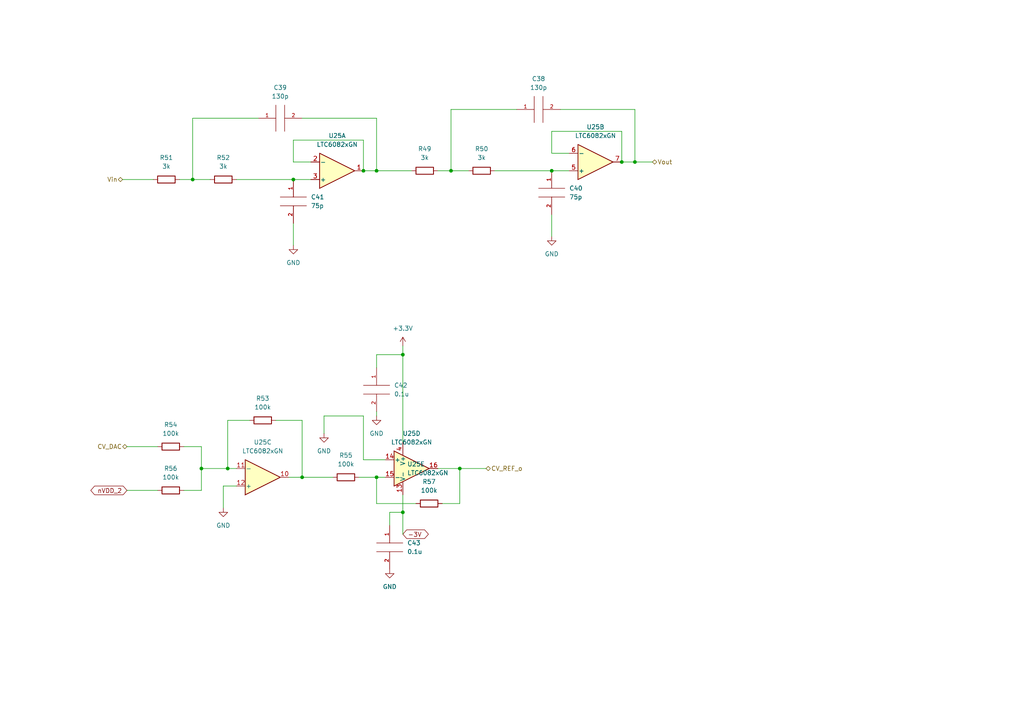
<source format=kicad_sch>
(kicad_sch (version 20211123) (generator eeschema)
  (paper "A4")
  (lib_symbols
    (symbol "Amplifier_Operational:LTC6082xGN" (pin_names (offset 0.127))
      (property "Reference" "U" (at 2.54 5.08 0))
      (property "Value" "LTC6082xGN" (at 5.08 -5.08 0))
      (symbol "LTC6082xGN_1_1"
        (polyline (pts (xy -5.08 5.08) (xy 5.08 0) (xy -5.08 -5.08) (xy -5.08 5.08)) (stroke (width 0.254)) (fill (type background)))
        (pin output line (at 7.62 0 180) (length 2.54) (name "~") (number "1"))
        (pin input line (at -7.62 -2.54 0) (length 2.54) (name "-") (number "2"))
        (pin input line (at -7.62 2.54 0) (length 2.54) (name "+") (number "3"))
        (pin no_connect line (at -2.54 -2.54 90) (length 2.54) hide (name "NC") (number "8"))
        (pin no_connect line (at 0 -2.54 90) (length 2.54) hide (name "NC") (number "9"))
      )
      (symbol "LTC6082xGN_2_1"
        (polyline (pts (xy -5.08 5.08) (xy 5.08 0) (xy -5.08 -5.08) (xy -5.08 5.08)) (stroke (width 0.254)) (fill (type background)))
        (pin input line (at -7.62 2.54 0) (length 2.54) (name "+") (number "5"))
        (pin input line (at -7.62 -2.54 0) (length 2.54) (name "-") (number "6"))
        (pin output line (at 7.62 0 180) (length 2.54) (name "~") (number "7"))
      )
      (symbol "LTC6082xGN_3_1"
        (polyline (pts (xy -5.08 5.08) (xy 5.08 0) (xy -5.08 -5.08) (xy -5.08 5.08)) (stroke (width 0.254)) (fill (type background)))
        (pin output line (at 7.62 0 180) (length 2.54) (name "~") (number "10"))
        (pin input line (at -7.62 -2.54 0) (length 2.54) (name "-") (number "11"))
        (pin input line (at -7.62 2.54 0) (length 2.54) (name "+") (number "12"))
      )
      (symbol "LTC6082xGN_4_1"
        (polyline (pts (xy -5.08 5.08) (xy 5.08 0) (xy -5.08 -5.08) (xy -5.08 5.08)) (stroke (width 0.254)) (fill (type background)))
        (pin input line (at -7.62 2.54 0) (length 2.54) (name "+") (number "14"))
        (pin input line (at -7.62 -2.54 0) (length 2.54) (name "-") (number "15"))
        (pin output line (at 7.62 0 180) (length 2.54) (name "~") (number "16"))
      )
      (symbol "LTC6082xGN_5_1"
        (pin power_in line (at -2.54 -7.62 90) (length 3.81) (name "V-") (number "13"))
        (pin power_in line (at -2.54 7.62 270) (length 3.81) (name "V+") (number "4"))
      )
    )
    (symbol "Device:R" (pin_numbers hide) (pin_names (offset 0))
      (property "Reference" "R" (at 2.032 0 90))
      (property "Value" "R" (at 0 0 90))
      (symbol "R_0_1"
        (rectangle (start -1.016 -2.54) (end 1.016 2.54) (stroke (width 0.254)))
      )
      (symbol "R_1_1"
        (pin passive line (at 0 3.81 270) (length 1.27) (name "~") (number "1"))
        (pin passive line (at 0 -3.81 90) (length 1.27) (name "~") (number "2"))
      )
    )
    (symbol "power:+3.3V" (power) (pin_names (offset 0))
      (property "Value" "+3.3V" (at 0 3.556 0))
      (symbol "+3.3V_0_1"
        (polyline (pts (xy -0.762 1.27) (xy 0 2.54)))
        (polyline (pts (xy 0 0) (xy 0 2.54)))
        (polyline (pts (xy 0 2.54) (xy 0.762 1.27)))
      )
      (symbol "+3.3V_1_1"
        (pin power_in line (at 0 0 90) (length 0) hide (name "+3.3V") (number "1"))
      )
    )
    (symbol "power:GND" (power) (pin_names (offset 0))
      (property "Value" "GND" (at 0 -3.81 0))
      (symbol "GND_0_1"
        (polyline (pts (xy 0 0) (xy 0 -1.27) (xy 1.27 -1.27) (xy 0 -2.54) (xy -1.27 -1.27) (xy 0 -1.27)))
      )
      (symbol "GND_1_1"
        (pin power_in line (at 0 0 270) (length 0) hide (name "GND") (number "1"))
      )
    )
    (symbol "pspice:C" (pin_names (offset 0.254))
      (property "Reference" "C" (at 2.54 3.81 90))
      (property "Value" "C" (at 2.54 -3.81 90))
      (symbol "C_0_1"
        (polyline (pts (xy -3.81 -1.27) (xy 3.81 -1.27)))
        (polyline (pts (xy -3.81 1.27) (xy 3.81 1.27)))
      )
      (symbol "C_1_1"
        (pin passive line (at 0 6.35 270) (length 5.08) (name "~") (number "1"))
        (pin passive line (at 0 -6.35 90) (length 5.08) (name "~") (number "2"))
      )
    )
  )
  (junction (at 109.22 49.53))
  (junction (at 180.34 46.99))
  (junction (at 133.35 135.89))
  (junction (at 184.15 46.99))
  (junction (at 130.81 49.53))
  (junction (at 116.84 148.59))
  (junction (at 66.04 135.89))
  (junction (at 58.42 135.89))
  (junction (at 85.09 52.07))
  (junction (at 105.41 49.53))
  (junction (at 55.88 52.07))
  (junction (at 87.63 138.43))
  (junction (at 109.22 138.43))
  (junction (at 160.02 49.53))
  (junction (at 116.84 102.87))
  (wire (pts (xy 58.42 135.89) (xy 58.42 129.54)))
  (wire (pts (xy 55.88 52.07) (xy 60.96 52.07)))
  (wire (pts (xy 109.22 102.87) (xy 116.84 102.87)))
  (wire (pts (xy 113.03 152.4) (xy 113.03 148.59)))
  (wire (pts (xy 130.81 49.53) (xy 135.89 49.53)))
  (wire (pts (xy 64.77 140.97) (xy 64.77 147.32)))
  (wire (pts (xy 58.42 135.89) (xy 58.42 142.24)))
  (wire (pts (xy 109.22 102.87) (xy 109.22 106.68)))
  (wire (pts (xy 36.83 129.54) (xy 45.72 129.54)))
  (wire (pts (xy 133.35 135.89) (xy 127 135.89)))
  (wire (pts (xy 113.03 148.59) (xy 116.84 148.59)))
  (wire (pts (xy 109.22 49.53) (xy 105.41 49.53)))
  (wire (pts (xy 87.63 138.43) (xy 87.63 121.92)))
  (wire (pts (xy 83.82 138.43) (xy 87.63 138.43)))
  (wire (pts (xy 85.09 40.64) (xy 105.41 40.64)))
  (wire (pts (xy 109.22 138.43) (xy 109.22 146.05)))
  (wire (pts (xy 130.81 31.75) (xy 149.86 31.75)))
  (wire (pts (xy 160.02 44.45) (xy 160.02 38.1)))
  (wire (pts (xy 143.51 49.53) (xy 160.02 49.53)))
  (wire (pts (xy 116.84 100.33) (xy 116.84 102.87)))
  (wire (pts (xy 85.09 71.12) (xy 85.09 64.77)))
  (wire (pts (xy 109.22 34.29) (xy 109.22 49.53)))
  (wire (pts (xy 58.42 129.54) (xy 53.34 129.54)))
  (wire (pts (xy 116.84 102.87) (xy 116.84 128.27)))
  (wire (pts (xy 68.58 135.89) (xy 66.04 135.89)))
  (wire (pts (xy 111.76 133.35) (xy 105.41 133.35)))
  (wire (pts (xy 109.22 138.43) (xy 111.76 138.43)))
  (wire (pts (xy 87.63 138.43) (xy 96.52 138.43)))
  (wire (pts (xy 72.39 121.92) (xy 66.04 121.92)))
  (wire (pts (xy 52.07 52.07) (xy 55.88 52.07)))
  (wire (pts (xy 116.84 143.51) (xy 116.84 148.59)))
  (wire (pts (xy 162.56 31.75) (xy 184.15 31.75)))
  (wire (pts (xy 133.35 135.89) (xy 140.97 135.89)))
  (wire (pts (xy 35.56 52.07) (xy 44.45 52.07)))
  (wire (pts (xy 109.22 119.38) (xy 109.22 120.65)))
  (wire (pts (xy 36.83 142.24) (xy 45.72 142.24)))
  (wire (pts (xy 109.22 49.53) (xy 119.38 49.53)))
  (wire (pts (xy 127 49.53) (xy 130.81 49.53)))
  (wire (pts (xy 184.15 46.99) (xy 189.23 46.99)))
  (wire (pts (xy 133.35 146.05) (xy 133.35 135.89)))
  (wire (pts (xy 53.34 142.24) (xy 58.42 142.24)))
  (wire (pts (xy 184.15 46.99) (xy 180.34 46.99)))
  (wire (pts (xy 104.14 138.43) (xy 109.22 138.43)))
  (wire (pts (xy 85.09 52.07) (xy 90.17 52.07)))
  (wire (pts (xy 87.63 121.92) (xy 80.01 121.92)))
  (wire (pts (xy 165.1 44.45) (xy 160.02 44.45)))
  (wire (pts (xy 66.04 121.92) (xy 66.04 135.89)))
  (wire (pts (xy 160.02 49.53) (xy 165.1 49.53)))
  (wire (pts (xy 93.98 120.65) (xy 105.41 120.65)))
  (wire (pts (xy 87.63 34.29) (xy 109.22 34.29)))
  (wire (pts (xy 130.81 49.53) (xy 130.81 31.75)))
  (wire (pts (xy 105.41 133.35) (xy 105.41 120.65)))
  (wire (pts (xy 66.04 135.89) (xy 58.42 135.89)))
  (wire (pts (xy 160.02 38.1) (xy 180.34 38.1)))
  (wire (pts (xy 160.02 68.58) (xy 160.02 62.23)))
  (wire (pts (xy 85.09 46.99) (xy 85.09 40.64)))
  (wire (pts (xy 55.88 34.29) (xy 74.93 34.29)))
  (wire (pts (xy 55.88 52.07) (xy 55.88 34.29)))
  (wire (pts (xy 128.27 146.05) (xy 133.35 146.05)))
  (wire (pts (xy 184.15 31.75) (xy 184.15 46.99)))
  (wire (pts (xy 68.58 52.07) (xy 85.09 52.07)))
  (wire (pts (xy 120.65 146.05) (xy 109.22 146.05)))
  (wire (pts (xy 93.98 120.65) (xy 93.98 125.73)))
  (wire (pts (xy 180.34 38.1) (xy 180.34 46.99)))
  (wire (pts (xy 68.58 140.97) (xy 64.77 140.97)))
  (wire (pts (xy 90.17 46.99) (xy 85.09 46.99)))
  (wire (pts (xy 105.41 40.64) (xy 105.41 49.53)))
  (wire (pts (xy 116.84 148.59) (xy 116.84 154.94)))
  (global_label "nVDD_2" (shape bidirectional) (at 36.83 142.24 180) (property "Intersheet References" "${INTERSHEET_REFS}" (effects hide)))
  (global_label "-3V" (shape bidirectional) (at 116.84 154.94 0) (property "Intersheet References" "${INTERSHEET_REFS}" (effects hide)))
  (hierarchical_label "Vin" (shape bidirectional) (at 35.56 52.07 180))
  (hierarchical_label "CV_DAC" (shape bidirectional) (at 36.83 129.54 180))
  (hierarchical_label "Vout" (shape bidirectional) (at 189.23 46.99 0))
  (hierarchical_label "CV_REF_o" (shape bidirectional) (at 140.97 135.89 0))
  (symbol (lib_id "Device:R") (at 100.33 138.43 90) (unit 1)
    (property "Reference" "R55" (at 100.33 132.08 90))
    (property "Value" "100k" (at 100.33 134.62 90))
    (property "Footprint" "Resistor_SMD:R_0805_2012Metric_Pad1.20x1.40mm_HandSolder" (effects hide))
  )
  (symbol (lib_id "Amplifier_Operational:LTC6082xGN") (at 172.72 46.99 0) (mirror x) (unit 2)
    (property "Reference" "U25" (at 172.72 36.83 0))
    (property "Value" "LTC6082xGN" (at 172.72 39.37 0))
    (property "Footprint" "Package_SO:SSOP-16_3.9x4.9mm_P0.635mm" (effects hide))
    (property "Datasheet" "https://www.analog.com/media/en/technical-documentation/data-sheets/60812fd.pdf" (effects hide))
  )
  (symbol (lib_id "power:GND") (at 109.22 120.65 0) (unit 1)
    (property "Reference" "#PWR0170" (effects hide))
    (property "Value" "GND" (at 109.22 125.73 0))
  )
  (symbol (lib_id "power:GND") (at 113.03 165.1 0) (unit 1)
    (property "Reference" "#PWR0168" (effects hide))
    (property "Value" "GND" (at 113.03 170.18 0))
  )
  (symbol (lib_id "Amplifier_Operational:LTC6082xGN") (at 119.38 135.89 0) (unit 4)
    (property "Reference" "U25" (at 119.38 125.73 0))
    (property "Value" "LTC6082xGN" (at 119.38 128.27 0))
    (property "Footprint" "Package_SO:SSOP-16_3.9x4.9mm_P0.635mm" (effects hide))
    (property "Datasheet" "https://www.analog.com/media/en/technical-documentation/data-sheets/60812fd.pdf" (effects hide))
  )
  (symbol (lib_id "Device:R") (at 76.2 121.92 90) (unit 1)
    (property "Reference" "R53" (at 76.2 115.57 90))
    (property "Value" "100k" (at 76.2 118.11 90))
    (property "Footprint" "Resistor_SMD:R_0805_2012Metric_Pad1.20x1.40mm_HandSolder" (effects hide))
  )
  (symbol (lib_id "Device:R") (at 49.53 129.54 90) (unit 1)
    (property "Reference" "R54" (at 49.53 123.19 90))
    (property "Value" "100k" (at 49.53 125.73 90))
    (property "Footprint" "Resistor_SMD:R_0805_2012Metric_Pad1.20x1.40mm_HandSolder" (effects hide))
  )
  (symbol (lib_id "Device:R") (at 124.46 146.05 90) (unit 1)
    (property "Reference" "R57" (at 124.46 139.7 90))
    (property "Value" "100k" (at 124.46 142.24 90))
    (property "Footprint" "Resistor_SMD:R_0805_2012Metric_Pad1.20x1.40mm_HandSolder" (effects hide))
  )
  (symbol (lib_id "pspice:C") (at 85.09 58.42 0) (unit 1)
    (property "Reference" "C41" (at 90.17 57.1499 0) (effects (justify left)))
    (property "Value" "75p" (at 90.17 59.6899 0) (effects (justify left)))
    (property "Footprint" "Capacitor_SMD:C_0805_2012Metric_Pad1.18x1.45mm_HandSolder" (effects hide))
  )
  (symbol (lib_id "pspice:C") (at 160.02 55.88 0) (unit 1)
    (property "Reference" "C40" (at 165.1 54.6099 0) (effects (justify left)))
    (property "Value" "75p" (at 165.1 57.1499 0) (effects (justify left)))
    (property "Footprint" "Capacitor_SMD:C_0805_2012Metric_Pad1.18x1.45mm_HandSolder" (effects hide))
  )
  (symbol (lib_id "pspice:C") (at 81.28 34.29 90) (unit 1)
    (property "Reference" "C39" (at 81.28 25.4 90))
    (property "Value" "130p" (at 81.28 27.94 90))
    (property "Footprint" "Capacitor_SMD:C_0805_2012Metric_Pad1.18x1.45mm_HandSolder" (effects hide))
  )
  (symbol (lib_id "power:GND") (at 64.77 147.32 0) (unit 1)
    (property "Reference" "#PWR0171" (effects hide))
    (property "Value" "GND" (at 64.77 152.4 0))
  )
  (symbol (lib_id "power:GND") (at 85.09 71.12 0) (unit 1)
    (property "Reference" "#PWR0167" (effects hide))
    (property "Value" "GND" (at 85.09 76.2 0))
  )
  (symbol (lib_id "power:GND") (at 93.98 125.73 0) (unit 1)
    (property "Reference" "#PWR0172" (effects hide))
    (property "Value" "GND" (at 93.98 130.81 0))
  )
  (symbol (lib_id "pspice:C") (at 113.03 158.75 0) (unit 1)
    (property "Reference" "C43" (at 118.11 157.4799 0) (effects (justify left)))
    (property "Value" "0.1u" (at 118.11 160.0199 0) (effects (justify left)))
    (property "Footprint" "Capacitor_SMD:C_0805_2012Metric_Pad1.18x1.45mm_HandSolder" (effects hide))
  )
  (symbol (lib_id "power:+3.3V") (at 116.84 100.33 0) (unit 1)
    (property "Reference" "#PWR0191" (effects hide))
    (property "Value" "+3.3V" (at 116.84 95.25 0))
  )
  (symbol (lib_id "Amplifier_Operational:LTC6082xGN") (at 97.79 49.53 0) (mirror x) (unit 1)
    (property "Reference" "U25" (at 97.79 39.37 0))
    (property "Value" "LTC6082xGN" (at 97.79 41.91 0))
    (property "Footprint" "Package_SO:SSOP-16_3.9x4.9mm_P0.635mm" (effects hide))
    (property "Datasheet" "https://www.analog.com/media/en/technical-documentation/data-sheets/60812fd.pdf" (effects hide))
  )
  (symbol (lib_id "Amplifier_Operational:LTC6082xGN") (at 76.2 138.43 0) (mirror x) (unit 3)
    (property "Reference" "U25" (at 76.2 128.27 0))
    (property "Value" "LTC6082xGN" (at 76.2 130.81 0))
    (property "Footprint" "Package_SO:SSOP-16_3.9x4.9mm_P0.635mm" (effects hide))
    (property "Datasheet" "https://www.analog.com/media/en/technical-documentation/data-sheets/60812fd.pdf" (effects hide))
  )
  (symbol (lib_id "Device:R") (at 48.26 52.07 90) (unit 1)
    (property "Reference" "R51" (at 48.26 45.72 90))
    (property "Value" "3k" (at 48.26 48.26 90))
    (property "Footprint" "Resistor_SMD:R_0805_2012Metric_Pad1.20x1.40mm_HandSolder" (effects hide))
  )
  (symbol (lib_id "Device:R") (at 64.77 52.07 90) (unit 1)
    (property "Reference" "R52" (at 64.77 45.72 90))
    (property "Value" "3k" (at 64.77 48.26 90))
    (property "Footprint" "Resistor_SMD:R_0805_2012Metric_Pad1.20x1.40mm_HandSolder" (effects hide))
  )
  (symbol (lib_id "pspice:C") (at 156.21 31.75 90) (unit 1)
    (property "Reference" "C38" (at 156.21 22.86 90))
    (property "Value" "130p" (at 156.21 25.4 90))
    (property "Footprint" "Capacitor_SMD:C_0805_2012Metric_Pad1.18x1.45mm_HandSolder" (effects hide))
  )
  (symbol (lib_id "Device:R") (at 49.53 142.24 90) (unit 1)
    (property "Reference" "R56" (at 49.53 135.89 90))
    (property "Value" "100k" (at 49.53 138.43 90))
    (property "Footprint" "Resistor_SMD:R_0805_2012Metric_Pad1.20x1.40mm_HandSolder" (effects hide))
  )
  (symbol (lib_id "power:GND") (at 160.02 68.58 0) (unit 1)
    (property "Reference" "#PWR0166" (effects hide))
    (property "Value" "GND" (at 160.02 73.66 0))
  )
  (symbol (lib_id "pspice:C") (at 109.22 113.03 0) (unit 1)
    (property "Reference" "C42" (at 114.3 111.7599 0) (effects (justify left)))
    (property "Value" "0.1u" (at 114.3 114.2999 0) (effects (justify left)))
    (property "Footprint" "Capacitor_SMD:C_0805_2012Metric_Pad1.18x1.45mm_HandSolder" (effects hide))
  )
  (symbol (lib_id "Amplifier_Operational:LTC6082xGN") (at 119.38 135.89 0) (unit 5)
    (property "Reference" "U25" (at 118.11 134.6199 0) (effects (justify left)))
    (property "Value" "LTC6082xGN" (at 118.11 137.1599 0) (effects (justify left)))
    (property "Footprint" "Package_SO:SSOP-16_3.9x4.9mm_P0.635mm" (effects hide))
    (property "Datasheet" "https://www.analog.com/media/en/technical-documentation/data-sheets/60812fd.pdf" (effects hide))
  )
  (symbol (lib_id "Device:R") (at 139.7 49.53 90) (unit 1)
    (property "Reference" "R50" (at 139.7 43.18 90))
    (property "Value" "3k" (at 139.7 45.72 90))
    (property "Footprint" "Resistor_SMD:R_0805_2012Metric_Pad1.20x1.40mm_HandSolder" (effects hide))
  )
  (symbol (lib_id "Device:R") (at 123.19 49.53 90) (unit 1)
    (property "Reference" "R49" (at 123.19 43.18 90))
    (property "Value" "3k" (at 123.19 45.72 90))
    (property "Footprint" "Resistor_SMD:R_0805_2012Metric_Pad1.20x1.40mm_HandSolder" (effects hide))
  )
)
</source>
